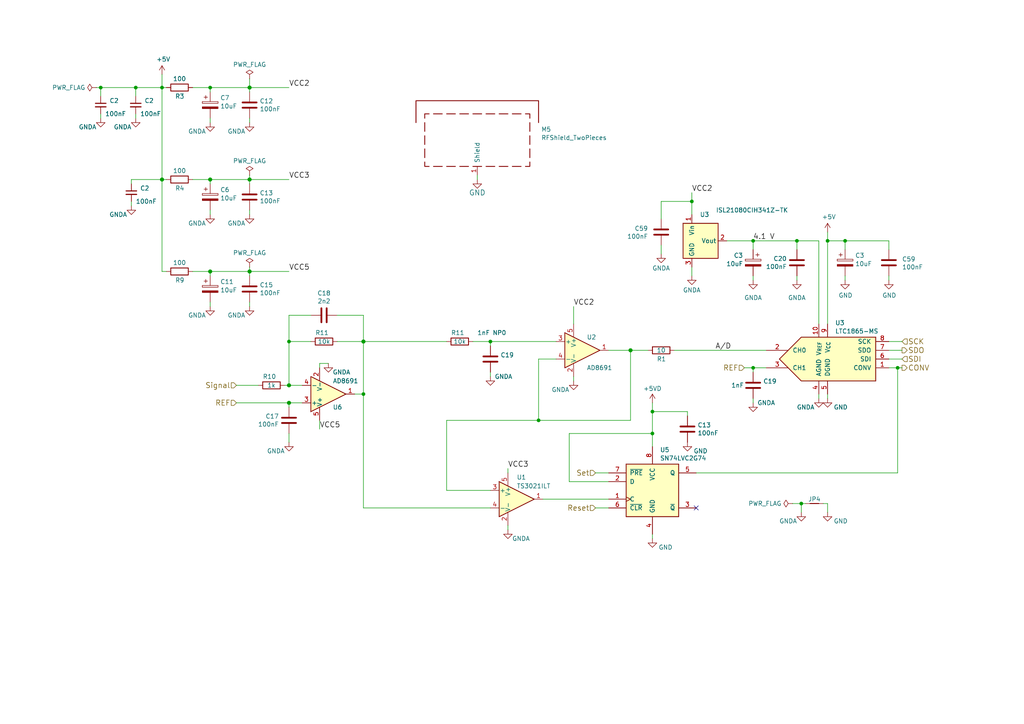
<source format=kicad_sch>
(kicad_sch (version 20230121) (generator eeschema)
  (paper "A4")
  (title_block (title "AIRDOS04A base board") (date "2023-10-23") (company "Jakub Kákona <info@ust.cz>") (comment 2 "Airborne semiconductor\\nionizing radiation detector"))
  (lib_symbols
    (symbol "74xGxx:74LVC2G74" (pin_names (offset 1.016))
      (property "Reference" "U" (at -5.08 10.16 0))
      (property "Value" "74LVC2G74" (at 10.16 -10.16 0))
      (symbol "74LVC2G74_0_1"
        (rectangle (start -7.62 7.62) (end 7.62 -7.62) (stroke (width 0.254)) (fill (type background)))
      )
      (symbol "74LVC2G74_1_1"
        (pin input clock (at -12.7 -2.54 0) (length 5.08) (name "C") (number "1"))
        (pin input line (at -12.7 2.54 0) (length 5.08) (name "D") (number "2"))
        (pin output line (at 12.7 -5.08 180) (length 5.08) (name "~{Q}") (number "3"))
        (pin power_in line (at 0 -12.7 90) (length 5.08) (name "GND") (number "4"))
        (pin output line (at 12.7 5.08 180) (length 5.08) (name "Q") (number "5"))
        (pin input line (at -12.7 -5.08 0) (length 5.08) (name "~{CLR}") (number "6"))
        (pin input line (at -12.7 5.08 0) (length 5.08) (name "~{PRE}") (number "7"))
        (pin power_in line (at 0 12.7 270) (length 5.08) (name "VCC") (number "8"))
      )
    )
    (symbol "Analog_ADC:LTC1865-MS" (pin_names (offset 1.27))
      (property "Reference" "U" (at -10.16 7.62 0))
      (property "Value" "LTC1865-MS" (at 11.43 7.62 0))
      (symbol "LTC1865-MS_0_1"
        (polyline (pts (xy 11.43 6.35) (xy -10.16 6.35) (xy -16.51 0) (xy -10.16 -6.35) (xy 11.43 -6.35) (xy 11.43 6.35)) (stroke (width 0.254)) (fill (type background)))
      )
      (symbol "LTC1865-MS_1_1"
        (pin input line (at 15.24 -2.54 180) (length 3.81) (name "CONV") (number "1"))
        (pin input line (at -5.08 10.16 270) (length 3.81) (name "V_{REF}") (number "10"))
        (pin input line (at -20.32 2.54 0) (length 6.35) (name "CH0") (number "2"))
        (pin input line (at -20.32 -2.54 0) (length 6.35) (name "CH1") (number "3"))
        (pin power_in line (at -5.08 -10.16 90) (length 3.81) (name "AGND") (number "4"))
        (pin power_in line (at -2.54 -10.16 90) (length 3.81) (name "DGND") (number "5"))
        (pin input line (at 15.24 0 180) (length 3.81) (name "SDI") (number "6"))
        (pin output line (at 15.24 2.54 180) (length 3.81) (name "SDO") (number "7"))
        (pin input line (at 15.24 5.08 180) (length 3.81) (name "SCK") (number "8"))
        (pin power_in line (at -2.54 10.16 270) (length 3.81) (name "V_{CC}") (number "9"))
      )
    )
    (symbol "Device:C" (pin_numbers hide) (pin_names (offset 0.254))
      (property "Reference" "C" (at 0.635 2.54 0))
      (property "Value" "C" (at 0.635 -2.54 0))
      (symbol "C_0_1"
        (polyline (pts (xy -2.032 -0.762) (xy 2.032 -0.762)) (stroke (width 0.508)))
        (polyline (pts (xy -2.032 0.762) (xy 2.032 0.762)) (stroke (width 0.508)))
      )
      (symbol "C_1_1"
        (pin passive line (at 0 3.81 270) (length 2.794) (name "~") (number "1"))
        (pin passive line (at 0 -3.81 90) (length 2.794) (name "~") (number "2"))
      )
    )
    (symbol "Device:C_Polarized" (pin_numbers hide) (pin_names (offset 0.254))
      (property "Reference" "C" (at 0.635 2.54 0))
      (property "Value" "C_Polarized" (at 0.635 -2.54 0))
      (symbol "C_Polarized_0_1"
        (rectangle (start -2.286 0.508) (end 2.286 1.016))
        (polyline (pts (xy -1.778 2.286) (xy -0.762 2.286)))
        (polyline (pts (xy -1.27 2.794) (xy -1.27 1.778)))
        (rectangle (start 2.286 -0.508) (end -2.286 -1.016) (fill (type outline)))
      )
      (symbol "C_Polarized_1_1"
        (pin passive line (at 0 3.81 270) (length 2.794) (name "~") (number "1"))
        (pin passive line (at 0 -3.81 90) (length 2.794) (name "~") (number "2"))
      )
    )
    (symbol "Device:C_Small" (pin_numbers hide) (pin_names (offset 0.254) hide)
      (property "Reference" "C" (at 0.254 1.778 0))
      (property "Value" "C_Small" (at 0.254 -2.032 0))
      (symbol "C_Small_0_1"
        (polyline (pts (xy -1.524 -0.508) (xy 1.524 -0.508)) (stroke (width 0.3302)))
        (polyline (pts (xy -1.524 0.508) (xy 1.524 0.508)) (stroke (width 0.3048)))
      )
      (symbol "C_Small_1_1"
        (pin passive line (at 0 2.54 270) (length 2.032) (name "~") (number "1"))
        (pin passive line (at 0 -2.54 90) (length 2.032) (name "~") (number "2"))
      )
    )
    (symbol "Device:NetTie_2" (pin_numbers hide) (pin_names (offset 0) hide) (in_bom no)
      (property "Reference" "NT" (at 0 1.27 0))
      (property "Value" "NetTie_2" (at 0 -1.27 0))
      (symbol "NetTie_2_0_1"
        (polyline (pts (xy -1.27 0) (xy 1.27 0)) (stroke (width 0.254)))
      )
      (symbol "NetTie_2_1_1"
        (pin passive line (at -2.54 0 0) (length 2.54) (name "1") (number "1"))
        (pin passive line (at 2.54 0 180) (length 2.54) (name "2") (number "2"))
      )
    )
    (symbol "Device:R" (pin_numbers hide) (pin_names (offset 0))
      (property "Reference" "R" (at 2.032 0 90))
      (property "Value" "R" (at 0 0 90))
      (symbol "R_0_1"
        (rectangle (start -1.016 -2.54) (end 1.016 2.54) (stroke (width 0.254)))
      )
      (symbol "R_1_1"
        (pin passive line (at 0 3.81 270) (length 1.27) (name "~") (number "1"))
        (pin passive line (at 0 -3.81 90) (length 1.27) (name "~") (number "2"))
      )
    )
    (symbol "Device:RFShield_TwoPieces" (pin_names (offset 1.016))
      (property "Reference" "J" (at 0 5.08 0))
      (property "Value" "RFShield_TwoPieces" (at 0 2.54 0))
      (symbol "RFShield_TwoPieces_0_1"
        (polyline (pts (xy -15.24 -5.08) (xy -15.24 -2.54)) (stroke (width 0.254)))
        (polyline (pts (xy -15.24 -1.27) (xy -15.24 1.27)) (stroke (width 0.254)))
        (polyline (pts (xy -15.24 2.54) (xy -15.24 5.08)) (stroke (width 0.254)))
        (polyline (pts (xy -12.7 7.62) (xy -10.16 7.62)) (stroke (width 0.254)))
        (polyline (pts (xy -10.16 -7.62) (xy -12.7 -7.62)) (stroke (width 0.254)))
        (polyline (pts (xy -6.35 -7.62) (xy -8.89 -7.62)) (stroke (width 0.254)))
        (polyline (pts (xy -6.35 7.62) (xy -8.89 7.62)) (stroke (width 0.254)))
        (polyline (pts (xy -2.54 -7.62) (xy -5.08 -7.62)) (stroke (width 0.254)))
        (polyline (pts (xy -2.54 7.62) (xy -5.08 7.62)) (stroke (width 0.254)))
        (polyline (pts (xy -1.27 -7.62) (xy 1.27 -7.62)) (stroke (width 0.254)))
        (polyline (pts (xy 1.27 7.62) (xy -1.27 7.62)) (stroke (width 0.254)))
        (polyline (pts (xy 2.54 -7.62) (xy 5.08 -7.62)) (stroke (width 0.254)))
        (polyline (pts (xy 5.08 7.62) (xy 2.54 7.62)) (stroke (width 0.254)))
        (polyline (pts (xy 6.35 -7.62) (xy 8.89 -7.62)) (stroke (width 0.254)))
        (polyline (pts (xy 8.89 7.62) (xy 6.35 7.62)) (stroke (width 0.254)))
        (polyline (pts (xy 10.16 -7.62) (xy 12.7 -7.62)) (stroke (width 0.254)))
        (polyline (pts (xy 12.7 7.62) (xy 10.16 7.62)) (stroke (width 0.254)))
        (polyline (pts (xy 15.24 -5.08) (xy 15.24 -2.54)) (stroke (width 0.254)))
        (polyline (pts (xy 15.24 -1.27) (xy 15.24 1.27)) (stroke (width 0.254)))
        (polyline (pts (xy 15.24 2.54) (xy 15.24 5.08)) (stroke (width 0.254)))
        (polyline (pts (xy -15.24 6.35) (xy -15.24 7.62) (xy -13.97 7.62)) (stroke (width 0.254)))
        (polyline (pts (xy -13.97 -7.62) (xy -15.24 -7.62) (xy -15.24 -6.35)) (stroke (width 0.254)))
        (polyline (pts (xy 13.97 -7.62) (xy 15.24 -7.62) (xy 15.24 -6.35)) (stroke (width 0.254)))
        (polyline (pts (xy 15.24 6.35) (xy 15.24 7.62) (xy 13.97 7.62)) (stroke (width 0.254)))
        (polyline (pts (xy -17.78 5.08) (xy -17.78 11.43) (xy 17.78 11.43) (xy 17.78 5.08)) (stroke (width 0.254)))
      )
      (symbol "RFShield_TwoPieces_1_1"
        (pin passive line (at 0 -10.16 90) (length 2.54) (name "Shield") (number "1"))
      )
    )
    (symbol "MLAB_IO:AD8691" (pin_names (offset 0.127))
      (property "Reference" "U" (at 0 5.08 0))
      (property "Value" "AD8691" (at 0 -5.08 0))
      (symbol "AD8691_0_1"
        (polyline (pts (xy -5.08 5.08) (xy 5.08 0) (xy -5.08 -5.08) (xy -5.08 5.08)) (stroke (width 0.254)) (fill (type background)))
        (pin power_in line (at -2.54 -7.62 90) (length 3.81) (name "V-") (number "2"))
        (pin power_in line (at -2.54 7.62 270) (length 3.81) (name "V+") (number "5"))
      )
      (symbol "AD8691_1_1"
        (pin output line (at 7.62 0 180) (length 2.54) (name "~") (number "1"))
        (pin input line (at -7.62 2.54 0) (length 2.54) (name "+") (number "3"))
        (pin input line (at -7.62 -2.54 0) (length 2.54) (name "-") (number "4"))
      )
    )
    (symbol "Reference_Voltage:ISL21070CIH320Z-TK"
      (property "Reference" "U" (at -0.635 8.255 0))
      (property "Value" "ISL21070CIH320Z-TK" (at -1.905 6.35 0))
      (symbol "ISL21070CIH320Z-TK_0_1"
        (rectangle (start -5.08 5.08) (end 5.08 -5.08) (stroke (width 0.254)) (fill (type background)))
      )
      (symbol "ISL21070CIH320Z-TK_1_1"
        (pin power_in line (at -2.54 7.62 270) (length 2.54) (name "Vin") (number "1"))
        (pin power_out line (at 7.62 0 180) (length 2.54) (name "Vout") (number "2"))
        (pin power_in line (at -2.54 -7.62 90) (length 2.54) (name "GND") (number "3"))
      )
    )
    (symbol "power:+5V" (power) (pin_names (offset 0))
      (property "Value" "+5V" (at 0 3.556 0))
      (symbol "+5V_0_1"
        (polyline (pts (xy -0.762 1.27) (xy 0 2.54)))
        (polyline (pts (xy 0 0) (xy 0 2.54)))
        (polyline (pts (xy 0 2.54) (xy 0.762 1.27)))
      )
      (symbol "+5V_1_1"
        (pin power_in line (at 0 0 90) (length 0) hide (name "+5V") (number "1"))
      )
    )
    (symbol "power:+5VD" (power) (pin_names (offset 0))
      (property "Value" "+5VD" (at 0 3.556 0))
      (symbol "+5VD_0_1"
        (polyline (pts (xy -0.762 1.27) (xy 0 2.54)))
        (polyline (pts (xy 0 0) (xy 0 2.54)))
        (polyline (pts (xy 0 2.54) (xy 0.762 1.27)))
      )
      (symbol "+5VD_1_1"
        (pin power_in line (at 0 0 90) (length 0) hide (name "+5VD") (number "1"))
      )
    )
    (symbol "power:GND" (power) (pin_names (offset 0))
      (property "Value" "GND" (at 0 -3.81 0))
      (symbol "GND_0_1"
        (polyline (pts (xy 0 0) (xy 0 -1.27) (xy 1.27 -1.27) (xy 0 -2.54) (xy -1.27 -1.27) (xy 0 -1.27)))
      )
      (symbol "GND_1_1"
        (pin power_in line (at 0 0 270) (length 0) hide (name "GND") (number "1"))
      )
    )
    (symbol "power:GNDA" (power) (pin_names (offset 0))
      (property "Value" "GNDA" (at 0 -3.81 0))
      (symbol "GNDA_0_1"
        (polyline (pts (xy 0 0) (xy 0 -1.27) (xy 1.27 -1.27) (xy 0 -2.54) (xy -1.27 -1.27) (xy 0 -1.27)))
      )
      (symbol "GNDA_1_1"
        (pin power_in line (at 0 0 270) (length 0) hide (name "GNDA") (number "1"))
      )
    )
    (symbol "power:PWR_FLAG" (power) (pin_numbers hide) (pin_names (offset 0) hide)
      (property "Value" "PWR_FLAG" (at 0 3.81 0))
      (symbol "PWR_FLAG_0_0"
        (pin power_out line (at 0 0 90) (length 0) (name "pwr") (number "1"))
      )
      (symbol "PWR_FLAG_0_1"
        (polyline (pts (xy 0 0) (xy 0 1.27) (xy -1.016 1.905) (xy 0 2.54) (xy 1.016 1.905) (xy 0 1.27)))
      )
    )
  )
  (junction (at 29.21 25.4))
  (junction (at 200.66 58.42))
  (junction (at 189.23 119.38))
  (junction (at 46.99 52.07) (diameter 1.016))
  (junction (at 142.24 99.06))
  (junction (at 83.82 116.84) (diameter 1.016))
  (junction (at 60.96 78.74) (diameter 1.016))
  (junction (at 156.21 121.92))
  (junction (at 105.41 114.3))
  (junction (at 240.03 69.85))
  (junction (at 105.41 99.06) (diameter 1.016))
  (junction (at 60.96 52.07) (diameter 1.016))
  (junction (at 72.39 52.07) (diameter 1.016))
  (junction (at 189.23 125.73))
  (junction (at 260.35 106.68))
  (junction (at 60.96 25.4))
  (junction (at 83.82 111.76) (diameter 1.016))
  (junction (at 72.39 78.74) (diameter 1.016))
  (junction (at 231.14 69.85))
  (junction (at 72.39 25.4) (diameter 1.016))
  (junction (at 83.82 99.06))
  (junction (at 39.37 25.4))
  (junction (at 218.44 69.85))
  (junction (at 182.88 101.6) (diameter 1.016))
  (junction (at 245.11 69.85))
  (junction (at 46.99 25.4))
  (junction (at 232.41 146.05))
  (junction (at 218.44 106.68))
  (no_connect (at 201.93 147.32))
  (wire (pts (xy 191.77 71.12) (xy 191.77 73.66)))
  (wire (pts (xy 240.03 67.31) (xy 240.03 69.85)))
  (wire (pts (xy 29.21 34.29) (xy 29.21 33.02)))
  (wire (pts (xy 218.44 69.85) (xy 231.14 69.85)))
  (wire (pts (xy 92.71 106.68) (xy 92.71 105.41)))
  (wire (pts (xy 60.96 25.4) (xy 72.39 25.4)))
  (wire (pts (xy 83.82 116.84) (xy 87.63 116.84)))
  (wire (pts (xy 105.41 91.44) (xy 105.41 99.06)))
  (wire (pts (xy 240.03 148.59) (xy 240.03 146.05)))
  (wire (pts (xy 199.39 119.38) (xy 189.23 119.38)))
  (wire (pts (xy 240.03 146.05) (xy 238.76 146.05)))
  (wire (pts (xy 29.21 25.4) (xy 39.37 25.4)))
  (wire (pts (xy 165.1 125.73) (xy 165.1 139.7)))
  (wire (pts (xy 156.21 104.14) (xy 161.29 104.14)))
  (wire (pts (xy 201.93 137.16) (xy 260.35 137.16)))
  (wire (pts (xy 46.99 52.07) (xy 46.99 78.74)))
  (wire (pts (xy 165.1 125.73) (xy 189.23 125.73)))
  (wire (pts (xy 72.39 62.23) (xy 72.39 60.96)))
  (wire (pts (xy 39.37 27.94) (xy 39.37 25.4)))
  (wire (pts (xy 46.99 78.74) (xy 48.26 78.74)))
  (wire (pts (xy 231.14 81.28) (xy 231.14 80.01)))
  (wire (pts (xy 97.79 99.06) (xy 105.41 99.06)))
  (wire (pts (xy 72.39 52.07) (xy 83.82 52.07)))
  (wire (pts (xy 231.14 69.85) (xy 237.49 69.85)))
  (wire (pts (xy 189.23 125.73) (xy 189.23 129.54)))
  (wire (pts (xy 60.96 26.67) (xy 60.96 25.4)))
  (wire (pts (xy 229.87 146.05) (xy 232.41 146.05)))
  (wire (pts (xy 60.96 78.74) (xy 72.39 78.74)))
  (wire (pts (xy 72.39 80.01) (xy 72.39 78.74)))
  (wire (pts (xy 156.21 104.14) (xy 156.21 121.92)))
  (wire (pts (xy 55.88 78.74) (xy 60.96 78.74)))
  (wire (pts (xy 172.72 137.16) (xy 176.53 137.16)))
  (wire (pts (xy 72.39 78.74) (xy 83.82 78.74)))
  (wire (pts (xy 72.39 25.4) (xy 83.82 25.4)))
  (wire (pts (xy 38.1 53.34) (xy 38.1 52.07)))
  (wire (pts (xy 142.24 109.22) (xy 142.24 107.95)))
  (wire (pts (xy 257.81 101.6) (xy 261.62 101.6)))
  (wire (pts (xy 218.44 80.01) (xy 218.44 81.28)))
  (wire (pts (xy 60.96 35.56) (xy 60.96 34.29)))
  (wire (pts (xy 237.49 69.85) (xy 237.49 93.98)))
  (wire (pts (xy 72.39 88.9) (xy 72.39 87.63)))
  (wire (pts (xy 240.03 114.3) (xy 240.03 115.57)))
  (wire (pts (xy 68.58 111.76) (xy 74.93 111.76)))
  (wire (pts (xy 257.81 106.68) (xy 260.35 106.68)))
  (wire (pts (xy 60.96 62.23) (xy 60.96 60.96)))
  (wire (pts (xy 182.88 101.6) (xy 187.96 101.6)))
  (wire (pts (xy 38.1 52.07) (xy 46.99 52.07)))
  (wire (pts (xy 129.54 121.92) (xy 129.54 142.24)))
  (wire (pts (xy 200.66 58.42) (xy 200.66 62.23)))
  (wire (pts (xy 245.11 72.39) (xy 245.11 69.85)))
  (wire (pts (xy 82.55 111.76) (xy 83.82 111.76)))
  (wire (pts (xy 257.81 99.06) (xy 261.62 99.06)))
  (wire (pts (xy 142.24 99.06) (xy 161.29 99.06)))
  (wire (pts (xy 218.44 72.39) (xy 218.44 69.85)))
  (wire (pts (xy 147.32 152.4) (xy 147.32 153.67)))
  (wire (pts (xy 83.82 116.84) (xy 83.82 118.11)))
  (wire (pts (xy 72.39 35.56) (xy 72.39 34.29)))
  (wire (pts (xy 72.39 26.67) (xy 72.39 25.4)))
  (wire (pts (xy 46.99 21.59) (xy 46.99 25.4)))
  (wire (pts (xy 215.9 106.68) (xy 218.44 106.68)))
  (wire (pts (xy 105.41 99.06) (xy 129.54 99.06)))
  (wire (pts (xy 60.96 52.07) (xy 72.39 52.07)))
  (wire (pts (xy 218.44 106.68) (xy 218.44 107.95)))
  (wire (pts (xy 218.44 116.84) (xy 218.44 115.57)))
  (wire (pts (xy 92.71 105.41) (xy 95.25 105.41)))
  (wire (pts (xy 83.82 125.73) (xy 83.82 128.27)))
  (wire (pts (xy 257.81 104.14) (xy 261.62 104.14)))
  (wire (pts (xy 245.11 69.85) (xy 240.03 69.85)))
  (wire (pts (xy 83.82 99.06) (xy 83.82 111.76)))
  (wire (pts (xy 240.03 69.85) (xy 240.03 93.98)))
  (wire (pts (xy 83.82 91.44) (xy 90.17 91.44)))
  (wire (pts (xy 60.96 88.9) (xy 60.96 87.63)))
  (wire (pts (xy 166.37 88.9) (xy 166.37 93.98)))
  (wire (pts (xy 245.11 81.28) (xy 245.11 80.01)))
  (wire (pts (xy 90.17 99.06) (xy 83.82 99.06)))
  (wire (pts (xy 191.77 58.42) (xy 200.66 58.42)))
  (wire (pts (xy 105.41 147.32) (xy 142.24 147.32)))
  (wire (pts (xy 200.66 77.47) (xy 200.66 80.01)))
  (wire (pts (xy 46.99 25.4) (xy 48.26 25.4)))
  (wire (pts (xy 142.24 99.06) (xy 142.24 100.33)))
  (wire (pts (xy 72.39 53.34) (xy 72.39 52.07)))
  (wire (pts (xy 72.39 77.47) (xy 72.39 78.74)))
  (wire (pts (xy 46.99 25.4) (xy 46.99 52.07)))
  (wire (pts (xy 105.41 114.3) (xy 105.41 147.32)))
  (wire (pts (xy 157.48 144.78) (xy 176.53 144.78)))
  (wire (pts (xy 60.96 53.34) (xy 60.96 52.07)))
  (wire (pts (xy 200.66 55.88) (xy 200.66 58.42)))
  (wire (pts (xy 129.54 142.24) (xy 142.24 142.24)))
  (wire (pts (xy 195.58 101.6) (xy 222.25 101.6)))
  (wire (pts (xy 105.41 99.06) (xy 105.41 114.3)))
  (wire (pts (xy 97.79 91.44) (xy 105.41 91.44)))
  (wire (pts (xy 138.43 52.07) (xy 138.43 50.8)))
  (wire (pts (xy 60.96 80.01) (xy 60.96 78.74)))
  (wire (pts (xy 189.23 116.84) (xy 189.23 119.38)))
  (wire (pts (xy 191.77 63.5) (xy 191.77 58.42)))
  (wire (pts (xy 39.37 34.29) (xy 39.37 33.02)))
  (wire (pts (xy 83.82 111.76) (xy 87.63 111.76)))
  (wire (pts (xy 218.44 106.68) (xy 222.25 106.68)))
  (wire (pts (xy 260.35 106.68) (xy 261.62 106.68)))
  (wire (pts (xy 92.71 121.92) (xy 92.71 124.46)))
  (wire (pts (xy 176.53 139.7) (xy 165.1 139.7)))
  (wire (pts (xy 176.53 101.6) (xy 182.88 101.6)))
  (wire (pts (xy 38.1 59.69) (xy 38.1 58.42)))
  (wire (pts (xy 48.26 52.07) (xy 46.99 52.07)))
  (wire (pts (xy 147.32 135.89) (xy 147.32 137.16)))
  (wire (pts (xy 102.87 114.3) (xy 105.41 114.3)))
  (wire (pts (xy 156.21 121.92) (xy 182.88 121.92)))
  (wire (pts (xy 233.68 146.05) (xy 232.41 146.05)))
  (wire (pts (xy 237.49 114.3) (xy 237.49 115.57)))
  (wire (pts (xy 210.82 69.85) (xy 218.44 69.85)))
  (wire (pts (xy 257.81 80.01) (xy 257.81 81.28)))
  (wire (pts (xy 257.81 72.39) (xy 257.81 69.85)))
  (wire (pts (xy 39.37 25.4) (xy 46.99 25.4)))
  (wire (pts (xy 189.23 154.94) (xy 189.23 156.21)))
  (wire (pts (xy 260.35 137.16) (xy 260.35 106.68)))
  (wire (pts (xy 72.39 52.07) (xy 72.39 50.8)))
  (wire (pts (xy 182.88 101.6) (xy 182.88 121.92)))
  (wire (pts (xy 55.88 25.4) (xy 60.96 25.4)))
  (wire (pts (xy 257.81 69.85) (xy 245.11 69.85)))
  (wire (pts (xy 83.82 91.44) (xy 83.82 99.06)))
  (wire (pts (xy 72.39 25.4) (xy 72.39 22.86)))
  (wire (pts (xy 166.37 109.22) (xy 166.37 110.49)))
  (wire (pts (xy 137.16 99.06) (xy 142.24 99.06)))
  (wire (pts (xy 27.94 25.4) (xy 29.21 25.4)))
  (wire (pts (xy 29.21 27.94) (xy 29.21 25.4)))
  (wire (pts (xy 129.54 121.92) (xy 156.21 121.92)))
  (wire (pts (xy 189.23 119.38) (xy 189.23 125.73)))
  (wire (pts (xy 68.58 116.84) (xy 83.82 116.84)))
  (wire (pts (xy 172.72 147.32) (xy 176.53 147.32)))
  (wire (pts (xy 232.41 146.05) (xy 232.41 148.59)))
  (wire (pts (xy 199.39 120.65) (xy 199.39 119.38)))
  (wire (pts (xy 231.14 72.39) (xy 231.14 69.85)))
  (wire (pts (xy 55.88 52.07) (xy 60.96 52.07)))
  (label "VCC3" (at 83.82 52.07 0) (effects (font (size 1.524 1.524))))
  (label "VCC3" (at 147.32 135.89 0) (effects (font (size 1.524 1.524))))
  (label "VCC2" (at 83.82 25.4 0) (effects (font (size 1.524 1.524))))
  (label "VCC5" (at 83.82 78.74 0) (effects (font (size 1.524 1.524))))
  (label "VCC2" (at 166.37 88.9 0) (effects (font (size 1.524 1.524))))
  (label "4.1 V" (at 218.44 69.85 0) (effects (font (size 1.524 1.524))))
  (label "VCC2" (at 200.66 55.88 0) (effects (font (size 1.524 1.524))))
  (label "VCC5" (at 92.71 124.46 0) (effects (font (size 1.524 1.524))))
  (label "A/D" (at 212.09 101.6 180) (effects (font (size 1.524 1.524))))
  (hierarchical_label "SDO" (shape output) (at 261.62 101.6 0) (effects (font (size 1.524 1.524))))
  (hierarchical_label "REF" (shape input) (at 68.58 116.84 180) (effects (font (size 1.524 1.524))))
  (hierarchical_label "SDI" (shape input) (at 261.62 104.14 0) (effects (font (size 1.524 1.524))))
  (hierarchical_label "Set" (shape input) (at 172.72 137.16 180) (effects (font (size 1.524 1.524))))
  (hierarchical_label "CONV" (shape output) (at 261.62 106.68 0) (effects (font (size 1.524 1.524))))
  (hierarchical_label "REF" (shape input) (at 215.9 106.68 180) (effects (font (size 1.524 1.524))))
  (hierarchical_label "SCK" (shape input) (at 261.62 99.06 0) (effects (font (size 1.524 1.524))))
  (hierarchical_label "Signal" (shape input) (at 68.58 111.76 180) (effects (font (size 1.524 1.524))))
  (hierarchical_label "Reset" (shape input) (at 172.72 147.32 180) (effects (font (size 1.524 1.524))))
  (symbol (lib_id "power:PWR_FLAG") (at 27.94 25.4 90) (unit 1)
    (property "Reference" "#FLG03" (effects hide))
    (property "Value" "PWR_FLAG" (at 24.7651 25.4 90) (effects (justify left)))
    (instances (project "AIRDOS04_base" (path "" (reference "#FLG03") (unit 1)) (path "" (reference "#FLG02") (unit 1))))
  )
  (symbol (lib_id "MLAB_IO:AD8691") (at 149.86 144.78 0) (unit 1)
    (property "Reference" "U1" (at 149.86 138.43 0) (effects (justify left)))
    (property "Value" "TS3021ILT" (at 149.86 140.97 0) (effects (justify left)))
    (property "Footprint" "Package_TO_SOT_SMD:SOT-23-5_HandSoldering" (effects hide))
    (property "Datasheet" "https://www.st.com/resource/en/datasheet/ts3021.pdf" (effects hide))
    (property "UST_ID" "5d47bfd4128750448e6b465e" (effects hide))
    (instances (project "AIRDOS04_base" (path "" (reference "U1") (unit 1)) (path "" (reference "U6") (unit 1))))
  )
  (symbol (lib_id "power:GNDA") (at 237.49 115.57 0) (unit 1)
    (property "Reference" "#PWR05" (effects hide))
    (property "Value" "GNDA" (at 233.68 118.11 0))
    (instances (project "AIRDOS04_base" (path "" (reference "#PWR05") (unit 1)) (path "" (reference "#PWR023") (unit 1))))
  )
  (symbol (lib_id "Device:C_Polarized") (at 218.44 76.2 0) (mirror y) (unit 1)
    (property "Reference" "C3" (at 215.519 74.0989 0) (effects (justify left)))
    (property "Value" "10uF" (at 215.519 76.5231 0) (effects (justify left)))
    (property "Footprint" "Capacitor_Tantalum_SMD:CP_EIA-3216-18_Kemet-A" (effects hide))
    (property "UST_ID" "65089dd0462c6d9e720542b3" (effects hide))
    (instances (project "AIRDOS04_base" (path "" (reference "C3") (unit 1)) (path "" (reference "C9") (unit 1))))
  )
  (symbol (lib_id "power:GNDA") (at 166.37 110.49 0) (unit 1)
    (property "Reference" "#PWR09" (effects hide))
    (property "Value" "GNDA" (at 162.56 113.03 0))
    (instances (project "AIRDOS04_base" (path "" (reference "#PWR09") (unit 1)) (path "" (reference "#PWR022") (unit 1))))
  )
  (symbol (lib_id "power:PWR_FLAG") (at 72.39 22.86 0) (unit 1)
    (property "Reference" "#FLG04" (effects hide))
    (property "Value" "PWR_FLAG" (at 72.39 18.7269 0))
    (instances (project "AIRDOS04_base" (path "" (reference "#FLG04") (unit 1)) (path "" (reference "#FLG01") (unit 1))))
  )
  (symbol (lib_id "power:GND") (at 199.39 128.27 0) (unit 1)
    (property "Reference" "#PWR04" (effects hide))
    (property "Value" "GND" (at 203.2 130.81 0))
    (instances (project "AIRDOS04_base" (path "" (reference "#PWR04") (unit 1)) (path "" (reference "#PWR027") (unit 1))))
  )
  (symbol (lib_id "Device:C_Small") (at 38.1 55.88 0) (unit 1)
    (property "Reference" "C2" (at 40.64 54.61 0) (effects (justify left)))
    (property "Value" "100nF" (at 39.37 58.42 0) (effects (justify left)))
    (property "Footprint" "Capacitor_SMD:C_0805_2012Metric" (effects hide))
    (property "UST_ID" "5c70984712875079b91f8b4c" (effects hide))
    (instances (project "PIND02" (path "" (reference "C2") (unit 1))) (project "AIRDOS04_base" (path "" (reference "C23") (unit 1)) (path "" (reference "C5") (unit 1))))
  )
  (symbol (lib_id "power:GNDA") (at 218.44 81.28 0) (unit 1)
    (property "Reference" "#PWR038" (effects hide))
    (property "Value" "GNDA" (at 218.44 86.36 0))
    (instances (project "AIRDOS04_base" (path "" (reference "#PWR038") (unit 1)) (path "" (reference "#PWR014") (unit 1))))
  )
  (symbol (lib_id "power:GNDA") (at 231.14 81.28 0) (unit 1)
    (property "Reference" "#PWR038" (effects hide))
    (property "Value" "GNDA" (at 231.14 86.36 0))
    (instances (project "AIRDOS04_base" (path "" (reference "#PWR038") (unit 1)) (path "" (reference "#PWR015") (unit 1))))
  )
  (symbol (lib_id "power:PWR_FLAG") (at 72.39 50.8 0) (unit 1)
    (property "Reference" "#FLG05" (effects hide))
    (property "Value" "PWR_FLAG" (at 72.39 46.6669 0))
    (instances (project "AIRDOS04_base" (path "" (reference "#FLG05") (unit 1)) (path "" (reference "#FLG03") (unit 1))))
  )
  (symbol (lib_id "Device:R") (at 93.98 99.06 270) (unit 1)
    (property "Reference" "R11" (at 91.44 96.52 90) (effects (justify left)))
    (property "Value" "10k" (at 93.98 99.06 90))
    (property "Footprint" "Resistor_SMD:R_0805_2012Metric" (effects hide))
    (instances (project "USTSIPIN02" (path "" (reference "R11") (unit 1))) (project "AIRDOS04_base" (path "" (reference "R7") (unit 1)) (path "" (reference "R4") (unit 1))))
  )
  (symbol (lib_id "power:GNDA") (at 60.96 88.9 0) (unit 1)
    (property "Reference" "#PWR028" (effects hide))
    (property "Value" "GNDA" (at 57.15 91.44 0))
    (instances (project "AIRDOS04_base" (path "" (reference "#PWR028") (unit 1)) (path "" (reference "#PWR018") (unit 1))))
  )
  (symbol (lib_id "74xGxx:74LVC2G74") (at 189.23 142.24 0) (unit 1)
    (property "Reference" "U5" (at 191.4241 130.4757 0) (effects (justify left)))
    (property "Value" "SN74LVC2G74" (at 191.4241 132.8999 0) (effects (justify left)))
    (property "Footprint" "Package_SO:VSSOP-8_2.3x2mm_P0.5mm" (effects hide))
    (property "Datasheet" "https://www.ti.com/lit/ds/symlink/sn74lvc2g74-ep.pdf" (effects hide))
  )
  (symbol (lib_id "Analog_ADC:LTC1865-MS") (at 242.57 104.14 0) (unit 1)
    (property "Reference" "U3" (at 242.2241 93.6457 0) (effects (justify left)))
    (property "Value" "LTC1865-MS" (at 242.2241 96.0699 0) (effects (justify left)))
    (property "Footprint" "Package_SO:MSOP-10_3x3mm_P0.5mm" (effects hide))
    (property "Datasheet" "https://www.analog.com/media/en/technical-documentation/data-sheets/18645fb.pdf" (effects hide))
  )
  (symbol (lib_id "Device:C") (at 72.39 57.15 0) (unit 1)
    (property "Reference" "C13" (at 75.311 55.9816 0) (effects (justify left)))
    (property "Value" "100nF" (at 75.311 58.293 0) (effects (justify left)))
    (property "Footprint" "Capacitor_SMD:C_0805_2012Metric" (effects hide))
    (property "UST_ID" "6508260b462c6d9e720541f1" (effects hide))
    (instances (project "AIRDOS04_base" (path "" (reference "C13") (unit 1)) (path "" (reference "C7") (unit 1))))
  )
  (symbol (lib_id "Device:R") (at 52.07 25.4 270) (unit 1)
    (property "Reference" "R3" (at 50.8 27.94 90) (effects (justify left)))
    (property "Value" "100" (at 52.07 22.86 90))
    (property "Footprint" "Resistor_SMD:R_0805_2012Metric" (effects hide))
    (property "UST_ID" "5c70984512875079b91f8977" (effects hide))
    (instances (project "AIRDOS04_base" (path "" (reference "R3") (unit 1)) (path "" (reference "R1") (unit 1))))
  )
  (symbol (lib_id "Device:R") (at 133.35 99.06 270) (unit 1)
    (property "Reference" "R11" (at 130.81 96.52 90) (effects (justify left)))
    (property "Value" "10k" (at 133.35 99.06 90))
    (property "Footprint" "Resistor_SMD:R_0805_2012Metric" (effects hide))
    (instances (project "USTSIPIN02" (path "" (reference "R11") (unit 1))) (project "AIRDOS04_base" (path "" (reference "R7") (unit 1)) (path "" (reference "R5") (unit 1))))
  )
  (symbol (lib_id "Device:RFShield_TwoPieces") (at 138.43 40.64 0) (unit 1)
    (property "Reference" "M5" (at 156.972 37.5229 0) (effects (justify left)))
    (property "Value" "RFShield_TwoPieces" (at 156.972 39.9471 0) (effects (justify left)))
    (property "Footprint" "RF_Shielding:Laird_Technologies_BMI-S-210-F_44.00x30.50mm" (effects hide))
    (property "UST_ID" "5c70984312875079b91f873d" (effects hide))
    (property "UST_ID2" "5c70984312875079b91f873c" (effects hide))
  )
  (symbol (lib_id "Reference_Voltage:ISL21070CIH320Z-TK") (at 203.2 69.85 0) (unit 1)
    (property "Reference" "U3" (at 205.74 62.23 0) (effects (justify right)))
    (property "Value" "ISL21080CIH341Z-TK" (at 228.6 60.96 0) (effects (justify right)))
    (property "Footprint" "Package_TO_SOT_SMD:SOT-23" (effects hide))
    (property "Datasheet" "https://cz.mouser.com/datasheet/2/698/REN_isl21080_DST_20040119-1998038.pdf" (effects hide))
    (instances (project "USTSIPIN02" (path "" (reference "U3") (unit 1))) (project "PIND02" (path "" (reference "U2") (unit 1))) (project "AIRDOS04_base" (path "" (reference "U10") (unit 1)) (path "" (reference "U1") (unit 1))))
  )
  (symbol (lib_id "power:GND") (at 245.11 81.28 0) (unit 1)
    (property "Reference" "#PWR013" (effects hide))
    (property "Value" "GND" (at 245.237 85.6742 0))
    (instances (project "AIRDOS04_base" (path "" (reference "#PWR013") (unit 1)) (path "" (reference "#PWR016") (unit 1))))
  )
  (symbol (lib_id "Device:C") (at 218.44 111.76 0) (unit 1)
    (property "Reference" "C19" (at 221.361 110.5916 0) (effects (justify left)))
    (property "Value" "1nF" (at 212.09 111.76 0) (effects (justify left)))
    (property "Footprint" "Capacitor_SMD:C_0805_2012Metric" (effects hide))
    (property "UST_ID" "5d47bf10128750448e6b4652" (effects hide))
    (instances (project "AIRDOS04_base" (path "" (reference "C19") (unit 1)) (path "" (reference "C48") (unit 1))))
  )
  (symbol (lib_id "Device:C_Polarized") (at 60.96 57.15 0) (unit 1)
    (property "Reference" "C6" (at 63.881 55.0489 0) (effects (justify left)))
    (property "Value" "10uF" (at 63.881 57.4731 0) (effects (justify left)))
    (property "Footprint" "Capacitor_Tantalum_SMD:CP_EIA-3216-18_Kemet-A" (effects hide))
    (property "UST_ID" "65089dd0462c6d9e720542b3" (effects hide))
  )
  (symbol (lib_id "power:GNDA") (at 218.44 116.84 0) (unit 1)
    (property "Reference" "#PWR012" (effects hide))
    (property "Value" "GNDA" (at 222.25 116.84 0))
    (instances (project "AIRDOS04_base" (path "" (reference "#PWR012") (unit 1)) (path "" (reference "#PWR083") (unit 1))))
  )
  (symbol (lib_id "Device:C_Polarized") (at 60.96 30.48 0) (unit 1)
    (property "Reference" "C7" (at 63.881 28.3789 0) (effects (justify left)))
    (property "Value" "10uF" (at 63.881 30.8031 0) (effects (justify left)))
    (property "Footprint" "Capacitor_Tantalum_SMD:CP_EIA-3216-18_Kemet-A" (effects hide))
    (property "UST_ID" "65089dd0462c6d9e720542b3" (effects hide))
    (instances (project "AIRDOS04_base" (path "" (reference "C7") (unit 1)) (path "" (reference "C3") (unit 1))))
  )
  (symbol (lib_id "power:GNDA") (at 95.25 105.41 0) (mirror y) (unit 1)
    (property "Reference" "#PWR027" (effects hide))
    (property "Value" "GNDA" (at 99.06 107.95 0))
    (instances (project "AIRDOS04_base" (path "" (reference "#PWR027") (unit 1)) (path "" (reference "#PWR020") (unit 1))))
  )
  (symbol (lib_id "Device:NetTie_2") (at 236.22 146.05 0) (unit 1) (in_bom no)
    (property "Reference" "JP4" (at 236.22 144.78 0))
    (property "Value" "Jumper_2_Bridged" (effects hide))
    (property "Footprint" "NetTie:NetTie-2_SMD_Pad0.5mm" (effects hide))
    (instances (project "USTTHUNDERMILLPCB01" (path "" (reference "JP4") (unit 1))) (project "AIRDOS04_base" (path "" (reference "JP1") (unit 1)) (path "" (reference "JP1") (unit 1))))
  )
  (symbol (lib_id "power:+5V") (at 240.03 67.31 0) (unit 1)
    (property "Reference" "#PWR0152" (effects hide))
    (property "Value" "+5V" (at 240.411 62.9158 0))
    (instances (project "USTSIPIN02" (path "" (reference "#PWR0152") (unit 1))) (project "PIND02" (path "" (reference "#PWR028") (unit 1))) (project "AIRDOS04_base" (path "" (reference "#PWR049") (unit 1)) (path "" (reference "#PWR011") (unit 1))))
  )
  (symbol (lib_id "power:PWR_FLAG") (at 72.39 77.47 0) (unit 1)
    (property "Reference" "#FLG07" (effects hide))
    (property "Value" "PWR_FLAG" (at 72.39 73.3369 0))
    (instances (project "AIRDOS04_base" (path "" (reference "#FLG07") (unit 1)) (path "" (reference "#FLG04") (unit 1))))
  )
  (symbol (lib_id "Device:R") (at 52.07 78.74 270) (unit 1)
    (property "Reference" "R9" (at 50.8 81.28 90) (effects (justify left)))
    (property "Value" "100" (at 52.07 76.2 90))
    (property "Footprint" "Resistor_SMD:R_0805_2012Metric" (effects hide))
    (property "UST_ID" "5c70984512875079b91f8977" (effects hide))
    (instances (project "AIRDOS04_base" (path "" (reference "R9") (unit 1)) (path "" (reference "R3") (unit 1))))
  )
  (symbol (lib_id "power:+5V") (at 46.99 21.59 0) (unit 1)
    (property "Reference" "#PWR0152" (effects hide))
    (property "Value" "+5V" (at 47.371 17.1958 0))
    (instances (project "USTSIPIN02" (path "" (reference "#PWR0152") (unit 1))) (project "PIND02" (path "" (reference "#PWR028") (unit 1))) (project "AIRDOS04_base" (path "" (reference "#PWR049") (unit 1)) (path "" (reference "#PWR02") (unit 1))))
  )
  (symbol (lib_id "power:GNDA") (at 72.39 35.56 0) (unit 1)
    (property "Reference" "#PWR021" (effects hide))
    (property "Value" "GNDA" (at 68.58 38.1 0))
    (instances (project "AIRDOS04_base" (path "" (reference "#PWR021") (unit 1)) (path "" (reference "#PWR06") (unit 1))))
  )
  (symbol (lib_id "Device:R") (at 191.77 101.6 270) (unit 1)
    (property "Reference" "R1" (at 190.5 104.14 90) (effects (justify left)))
    (property "Value" "10" (at 191.77 101.6 90))
    (property "Footprint" "Resistor_SMD:R_0805_2012Metric" (effects hide))
    (property "UST_ID" "5c70984512875079b91f896d" (effects hide))
    (instances (project "AIRDOS04_base" (path "" (reference "R1") (unit 1)) (path "" (reference "R6") (unit 1))))
  )
  (symbol (lib_id "power:PWR_FLAG") (at 229.87 146.05 90) (unit 1)
    (property "Reference" "#FLG08" (effects hide))
    (property "Value" "PWR_FLAG" (at 226.6951 146.05 90) (effects (justify left)))
    (instances (project "AIRDOS04_base" (path "" (reference "#FLG08") (unit 1)) (path "" (reference "#FLG05") (unit 1))))
  )
  (symbol (lib_id "power:GNDA") (at 29.21 34.29 0) (unit 1)
    (property "Reference" "#PWR042" (effects hide))
    (property "Value" "GNDA" (at 25.4 36.83 0))
    (instances (project "AIRDOS04_base" (path "" (reference "#PWR042") (unit 1)) (path "" (reference "#PWR03") (unit 1))))
  )
  (symbol (lib_id "power:GND") (at 240.03 115.57 0) (unit 1)
    (property "Reference" "#PWR04" (effects hide))
    (property "Value" "GND" (at 243.84 118.11 0))
    (instances (project "AIRDOS04_base" (path "" (reference "#PWR04") (unit 1)) (path "" (reference "#PWR024") (unit 1))))
  )
  (symbol (lib_id "power:GNDA") (at 147.32 153.67 0) (mirror y) (unit 1)
    (property "Reference" "#PWR08" (effects hide))
    (property "Value" "GNDA" (at 151.13 156.21 0))
    (instances (project "AIRDOS04_base" (path "" (reference "#PWR08") (unit 1)) (path "" (reference "#PWR030") (unit 1))))
  )
  (symbol (lib_id "Device:C_Small") (at 29.21 30.48 0) (unit 1)
    (property "Reference" "C2" (at 31.75 29.21 0) (effects (justify left)))
    (property "Value" "100nF" (at 30.48 33.02 0) (effects (justify left)))
    (property "Footprint" "Capacitor_SMD:C_0805_2012Metric" (effects hide))
    (property "UST_ID" "5c70984712875079b91f8b4c" (effects hide))
    (instances (project "PIND02" (path "" (reference "C2") (unit 1))) (project "AIRDOS04_base" (path "" (reference "C24") (unit 1)) (path "" (reference "C1") (unit 1))))
  )
  (symbol (lib_id "Device:C") (at 83.82 121.92 0) (mirror y) (unit 1)
    (property "Reference" "C17" (at 80.899 120.7516 0) (effects (justify left)))
    (property "Value" "100nF" (at 80.899 123.063 0) (effects (justify left)))
    (property "Footprint" "Capacitor_SMD:C_0805_2012Metric" (effects hide))
    (property "UST_ID" "6508260b462c6d9e720541f1" (effects hide))
    (instances (project "USTSIPIN02" (path "" (reference "C17") (unit 1))) (project "AIRDOS04_base" (path "" (reference "C9") (unit 1)) (path "" (reference "C17") (unit 1))))
  )
  (symbol (lib_id "power:GNDA") (at 39.37 34.29 0) (unit 1)
    (property "Reference" "#PWR043" (effects hide))
    (property "Value" "GNDA" (at 35.56 36.83 0))
    (instances (project "AIRDOS04_base" (path "" (reference "#PWR043") (unit 1)) (path "" (reference "#PWR04") (unit 1))))
  )
  (symbol (lib_id "Device:C_Polarized") (at 245.11 76.2 0) (unit 1)
    (property "Reference" "C3" (at 248.031 74.0989 0) (effects (justify left)))
    (property "Value" "10uF" (at 248.031 76.5231 0) (effects (justify left)))
    (property "Footprint" "Capacitor_Tantalum_SMD:CP_EIA-3216-18_Kemet-A" (effects hide))
    (property "UST_ID" "65089dd0462c6d9e720542b3" (effects hide))
    (instances (project "AIRDOS04_base" (path "" (reference "C3") (unit 1)) (path "" (reference "C11") (unit 1))))
  )
  (symbol (lib_id "MLAB_IO:AD8691") (at 95.25 114.3 0) (mirror x) (unit 1)
    (property "Reference" "U6" (at 96.52 118.11 0) (effects (justify left)))
    (property "Value" "AD8691" (at 96.52 110.49 0) (effects (justify left)))
    (property "Footprint" "Package_TO_SOT_SMD:TSOT-23-5_HandSoldering" (effects hide))
    (property "Datasheet" "https://www.analog.com/media/en/technical-documentation/data-sheets/AD8691_8692_8694.pdf" (effects hide))
    (property "UST_ID" "5d47c084128750448e6b4671" (effects hide))
    (instances (project "AIRDOS04_base" (path "" (reference "U6") (unit 1)) (path "" (reference "U4") (unit 1))))
  )
  (symbol (lib_id "power:GND") (at 138.43 52.07 0) (unit 1)
    (property "Reference" "#PWR039" (effects hide))
    (property "Value" "GND" (at 138.43 55.88 0) (effects (font (size 1.524 1.524))))
    (instances (project "AIRDOS04_base" (path "" (reference "#PWR039") (unit 1)) (path "" (reference "#PWR07") (unit 1))))
  )
  (symbol (lib_id "Device:C") (at 199.39 124.46 0) (unit 1)
    (property "Reference" "C13" (at 202.311 123.2916 0) (effects (justify left)))
    (property "Value" "100nF" (at 202.311 125.603 0) (effects (justify left)))
    (property "Footprint" "Capacitor_SMD:C_0805_2012Metric" (effects hide))
    (property "UST_ID" "6508260b462c6d9e720541f1" (effects hide))
    (instances (project "AIRDOS04_base" (path "" (reference "C13") (unit 1)) (path "" (reference "C18") (unit 1))))
  )
  (symbol (lib_id "power:GNDA") (at 200.66 80.01 0) (unit 1)
    (property "Reference" "#PWR013" (effects hide))
    (property "Value" "GNDA" (at 200.66 84.1431 0))
    (instances (project "PIND02" (path "" (reference "#PWR013") (unit 1))) (project "AIRDOS04_base" (path "" (reference "#PWR083") (unit 1)) (path "" (reference "#PWR013") (unit 1))))
  )
  (symbol (lib_id "power:+5VD") (at 189.23 116.84 0) (unit 1)
    (property "Reference" "#PWR025" (effects hide))
    (property "Value" "+5VD" (at 189.23 112.7069 0))
    (instances (project "AIRDOS04_base" (path "" (reference "#PWR025") (unit 1)) (path "" (reference "#PWR084") (unit 1))))
  )
  (symbol (lib_id "power:GNDA") (at 142.24 109.22 0) (unit 1)
    (property "Reference" "#PWR012" (effects hide))
    (property "Value" "GNDA" (at 146.05 109.22 0))
    (instances (project "AIRDOS04_base" (path "" (reference "#PWR012") (unit 1)) (path "" (reference "#PWR021") (unit 1))))
  )
  (symbol (lib_id "power:GNDA") (at 232.41 148.59 0) (unit 1)
    (property "Reference" "#PWR034" (effects hide))
    (property "Value" "GNDA" (at 228.6 151.13 0))
    (instances (project "AIRDOS04_base" (path "" (reference "#PWR034") (unit 1)) (path "" (reference "#PWR028") (unit 1))))
  )
  (symbol (lib_id "power:GNDA") (at 191.77 73.66 0) (unit 1)
    (property "Reference" "#PWR024" (effects hide))
    (property "Value" "GNDA" (at 191.77 77.7931 0))
    (instances (project "PIND02" (path "" (reference "#PWR024") (unit 1))) (project "AIRDOS04_base" (path "" (reference "#PWR082") (unit 1)) (path "" (reference "#PWR012") (unit 1))))
  )
  (symbol (lib_id "power:GNDA") (at 83.82 128.27 0) (unit 1)
    (property "Reference" "#PWR019" (effects hide))
    (property "Value" "GNDA" (at 80.01 130.81 0))
    (instances (project "AIRDOS04_base" (path "" (reference "#PWR019") (unit 1)) (path "" (reference "#PWR026") (unit 1))))
  )
  (symbol (lib_id "Device:C") (at 72.39 30.48 0) (unit 1)
    (property "Reference" "C12" (at 75.311 29.3116 0) (effects (justify left)))
    (property "Value" "100nF" (at 75.311 31.623 0) (effects (justify left)))
    (property "Footprint" "Capacitor_SMD:C_0805_2012Metric" (effects hide))
    (property "UST_ID" "6508260b462c6d9e720541f1" (effects hide))
    (instances (project "AIRDOS04_base" (path "" (reference "C12") (unit 1)) (path "" (reference "C4") (unit 1))))
  )
  (symbol (lib_id "Device:C") (at 257.81 76.2 0) (unit 1)
    (property "Reference" "C59" (at 261.62 75.1586 0) (effects (justify left)))
    (property "Value" "100nF" (at 261.62 77.47 0) (effects (justify left)))
    (property "Footprint" "Capacitor_SMD:C_0805_2012Metric" (effects hide))
    (property "UST_ID" "5c70984812875079b91f8bf2" (effects hide))
    (instances (project "USTSIPIN02" (path "" (reference "C59") (unit 1))) (project "PIND02" (path "" (reference "C18") (unit 1))) (project "AIRDOS04_base" (path "" (reference "C18") (unit 1)) (path "" (reference "C12") (unit 1))))
  )
  (symbol (lib_id "Device:C_Polarized") (at 60.96 83.82 0) (unit 1)
    (property "Reference" "C11" (at 63.881 81.7189 0) (effects (justify left)))
    (property "Value" "10uF" (at 63.881 84.1431 0) (effects (justify left)))
    (property "Footprint" "Capacitor_Tantalum_SMD:CP_EIA-3216-18_Kemet-A" (effects hide))
    (property "UST_ID" "65089dd0462c6d9e720542b3" (effects hide))
    (instances (project "AIRDOS04_base" (path "" (reference "C11") (unit 1)) (path "" (reference "C13") (unit 1))))
  )
  (symbol (lib_id "Device:C") (at 72.39 83.82 0) (unit 1)
    (property "Reference" "C15" (at 75.311 82.6516 0) (effects (justify left)))
    (property "Value" "100nF" (at 75.311 84.963 0) (effects (justify left)))
    (property "Footprint" "Capacitor_SMD:C_0805_2012Metric" (effects hide))
    (property "UST_ID" "6508260b462c6d9e720541f1" (effects hide))
    (instances (project "AIRDOS04_base" (path "" (reference "C15") (unit 1)) (path "" (reference "C14") (unit 1))))
  )
  (symbol (lib_id "Device:C") (at 191.77 67.31 0) (mirror y) (unit 1)
    (property "Reference" "C59" (at 187.96 66.2686 0) (effects (justify left)))
    (property "Value" "100nF" (at 187.96 68.58 0) (effects (justify left)))
    (property "Footprint" "Capacitor_SMD:C_0805_2012Metric" (effects hide))
    (property "UST_ID" "5c70984812875079b91f8bf2" (effects hide))
    (instances (project "USTSIPIN02" (path "" (reference "C59") (unit 1))) (project "PIND02" (path "" (reference "C18") (unit 1))) (project "AIRDOS04_base" (path "" (reference "C49") (unit 1)) (path "" (reference "C8") (unit 1))))
  )
  (symbol (lib_id "power:GNDA") (at 72.39 62.23 0) (unit 1)
    (property "Reference" "#PWR023" (effects hide))
    (property "Value" "GNDA" (at 68.58 64.77 0))
    (instances (project "AIRDOS04_base" (path "" (reference "#PWR023") (unit 1)) (path "" (reference "#PWR010") (unit 1))))
  )
  (symbol (lib_id "power:GNDA") (at 38.1 59.69 0) (unit 1)
    (property "Reference" "#PWR041" (effects hide))
    (property "Value" "GNDA" (at 34.29 62.23 0))
    (instances (project "AIRDOS04_base" (path "" (reference "#PWR041") (unit 1)) (path "" (reference "#PWR08") (unit 1))))
  )
  (symbol (lib_id "Device:C") (at 142.24 104.14 0) (unit 1)
    (property "Reference" "C19" (at 145.161 102.9716 0) (effects (justify left)))
    (property "Value" "1nF NP0" (at 138.43 96.52 0) (effects (justify left)))
    (property "Footprint" "Capacitor_SMD:C_0805_2012Metric" (effects hide))
    (property "UST_ID" "5d47bf10128750448e6b4652" (effects hide))
    (instances (project "AIRDOS04_base" (path "" (reference "C19") (unit 1)) (path "" (reference "C16") (unit 1))))
  )
  (symbol (lib_id "Device:C_Small") (at 39.37 30.48 0) (unit 1)
    (property "Reference" "C2" (at 41.91 29.21 0) (effects (justify left)))
    (property "Value" "100nF" (at 40.64 33.02 0) (effects (justify left)))
    (property "Footprint" "Capacitor_SMD:C_0805_2012Metric" (effects hide))
    (property "UST_ID" "5c70984712875079b91f8b4c" (effects hide))
    (instances (project "PIND02" (path "" (reference "C2") (unit 1))) (project "AIRDOS04_base" (path "" (reference "C25") (unit 1)) (path "" (reference "C2") (unit 1))))
  )
  (symbol (lib_id "power:GND") (at 189.23 156.21 0) (unit 1)
    (property "Reference" "#PWR04" (effects hide))
    (property "Value" "GND" (at 193.04 158.75 0))
    (instances (project "AIRDOS04_base" (path "" (reference "#PWR04") (unit 1)) (path "" (reference "#PWR031") (unit 1))))
  )
  (symbol (lib_id "power:GND") (at 240.03 148.59 0) (unit 1)
    (property "Reference" "#PWR035" (effects hide))
    (property "Value" "GND" (at 243.84 151.13 0))
    (instances (project "AIRDOS04_base" (path "" (reference "#PWR035") (unit 1)) (path "" (reference "#PWR029") (unit 1))))
  )
  (symbol (lib_id "Device:R") (at 78.74 111.76 270) (unit 1)
    (property "Reference" "R10" (at 76.2 109.22 90) (effects (justify left)))
    (property "Value" "1k" (at 78.74 111.76 90))
    (property "Footprint" "Resistor_SMD:R_0805_2012Metric" (effects hide))
    (property "UST_ID" "5c70984512875079b91f898c" (effects hide))
    (instances (project "USTSIPIN02" (path "" (reference "R10") (unit 1))) (project "AIRDOS04_base" (path "" (reference "R8") (unit 1)) (path "" (reference "R7") (unit 1))))
  )
  (symbol (lib_id "power:GNDA") (at 72.39 88.9 0) (unit 1)
    (property "Reference" "#PWR029" (effects hide))
    (property "Value" "GNDA" (at 68.58 91.44 0))
    (instances (project "AIRDOS04_base" (path "" (reference "#PWR029") (unit 1)) (path "" (reference "#PWR019") (unit 1))))
  )
  (symbol (lib_id "Device:C") (at 93.98 91.44 270) (unit 1)
    (property "Reference" "C18" (at 93.98 85.0392 90))
    (property "Value" "2n2" (at 93.98 87.3506 90))
    (property "Footprint" "Capacitor_SMD:C_0805_2012Metric" (effects hide))
    (property "UST_ID" "5c70984712875079b91f8b46" (effects hide))
    (instances (project "USTSIPIN02" (path "" (reference "C18") (unit 1))) (project "AIRDOS04_base" (path "" (reference "C8") (unit 1)) (path "" (reference "C15") (unit 1))))
  )
  (symbol (lib_id "Device:R") (at 52.07 52.07 270) (unit 1)
    (property "Reference" "R4" (at 50.8 54.61 90) (effects (justify left)))
    (property "Value" "100" (at 52.07 49.53 90))
    (property "Footprint" "Resistor_SMD:R_0805_2012Metric" (effects hide))
    (property "UST_ID" "5c70984512875079b91f8977" (effects hide))
    (instances (project "AIRDOS04_base" (path "" (reference "R4") (unit 1)) (path "" (reference "R2") (unit 1))))
  )
  (symbol (lib_id "MLAB_IO:AD8691") (at 168.91 101.6 0) (unit 1)
    (property "Reference" "U2" (at 170.18 97.79 0) (effects (justify left)))
    (property "Value" "AD8691" (at 170.18 106.68 0) (effects (justify left)))
    (property "Footprint" "Package_TO_SOT_SMD:TSOT-23-5_HandSoldering" (effects hide))
    (property "Datasheet" "https://www.analog.com/media/en/technical-documentation/data-sheets/AD8691_8692_8694.pdf" (effects hide))
    (property "UST_ID" "5d47c084128750448e6b4671" (effects hide))
  )
  (symbol (lib_id "power:GND") (at 257.81 81.28 0) (unit 1)
    (property "Reference" "#PWR037" (effects hide))
    (property "Value" "GND" (at 257.937 85.6742 0))
    (instances (project "AIRDOS04_base" (path "" (reference "#PWR037") (unit 1)) (path "" (reference "#PWR017") (unit 1))))
  )
  (symbol (lib_id "power:GNDA") (at 60.96 35.56 0) (unit 1)
    (property "Reference" "#PWR020" (effects hide))
    (property "Value" "GNDA" (at 57.15 38.1 0))
    (instances (project "AIRDOS04_base" (path "" (reference "#PWR020") (unit 1)) (path "" (reference "#PWR05") (unit 1))))
  )
  (symbol (lib_id "Device:C") (at 231.14 76.2 0) (mirror y) (unit 1)
    (property "Reference" "C20" (at 228.219 75.0316 0) (effects (justify left)))
    (property "Value" "100nF" (at 228.219 77.343 0) (effects (justify left)))
    (property "Footprint" "Capacitor_SMD:C_0805_2012Metric" (effects hide))
    (property "UST_ID" "6508260b462c6d9e720541f1" (effects hide))
    (instances (project "AIRDOS04_base" (path "" (reference "C20") (unit 1)) (path "" (reference "C10") (unit 1))))
  )
  (symbol (lib_id "power:GNDA") (at 60.96 62.23 0) (unit 1)
    (property "Reference" "#PWR022" (effects hide))
    (property "Value" "GNDA" (at 57.15 64.77 0))
    (instances (project "AIRDOS04_base" (path "" (reference "#PWR022") (unit 1)) (path "" (reference "#PWR09") (unit 1))))
  )
)
</source>
